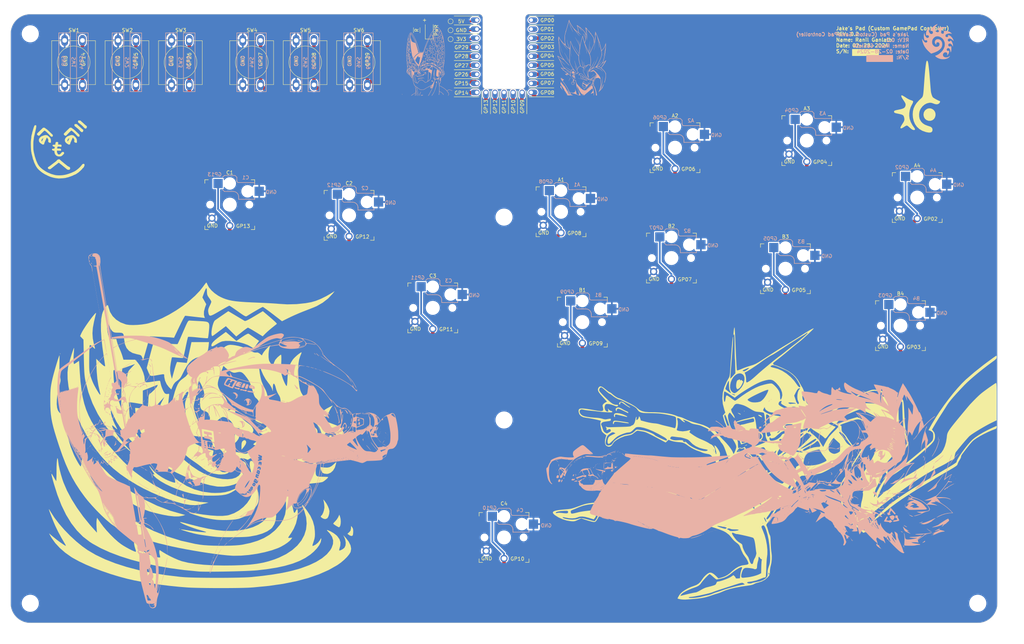
<source format=kicad_pcb>
(kicad_pcb (version 20221018) (generator pcbnew)
  (title_block (date "15 nov 2012"))
  (layers (0 "F.Cu" signal) (31 "B.Cu" power) (34 "B.Paste" user) (35 "F.Paste" user) (36 "B.SilkS" user "B.Silkscreen") (37 "F.SilkS" user "F.Silkscreen") (38 "B.Mask" user) (39 "F.Mask" user) (44 "Edge.Cuts" user))
  (net 0 "")
  (net 1 "Net-(U2-2)")
  (net 4 "GND")
  (net 5 "Net-(U2-8)")
  (net 6 "Net-(U2-6)")
  (net 7 "Net-(U2-4)")
  (net 8 "Net-(U2-9)")
  (net 9 "Net-(U2-7)")
  (net 10 "Net-(U2-5)")
  (net 11 "Net-(U2-3)")
  (net 12 "Net-(U2-13)")
  (net 13 "Net-(U2-12)")
  (net 14 "Net-(U2-11)")
  (net 15 "Net-(U2-10)")
  (net 16 "Net-(D1-A)")
  (net 17 "+3.3V")
  (net 18 "Net-(U2-14)")
  (net 19 "Net-(U2-15)")
  (net 20 "Net-(U2-26)")
  (net 21 "Net-(U2-27)")
  (net 22 "Net-(U2-28)")
  (net 23 "Net-(U2-29)")
  (net 24 "+5V")
  (footprint "keyswitches.pretty-master:Kailh_socket_PG1350_optional" (layer "F.Cu") (at 269 123)
    (fp_text reference "B2")
    (fp_text value "SW_DIP_x01")
  )
  (footprint "RanilCustom:SW_PUSH-12mmWithCAD" (layer "F.Cu") (at 113.65 74.35 90)
    (fp_text reference "SW2")
    (fp_text value "SW_Push")
  )
  (footprint "keyswitches.pretty-master:Kailh_socket_PG1350_optional" (layer "F.Cu") (at 244 141)
    (fp_text reference "B1")
    (fp_text value "SW_DIP_x01")
  )
  (footprint "JakesPadImages:1" (layer "F.Cu") (at 136.83 172.72)
    (fp_text reference "G***" hide)
    (fp_text value "LOGO" hide)
  )
  (footprint "RanilCustom:SW_PUSH-12mmWithCAD" (layer "F.Cu") (at 128.65 74.35 90)
    (fp_text reference "SW3")
    (fp_text value "SW_Push")
  )
  (footprint "keyswitches.pretty-master:Kailh_socket_PG1350_optional" (layer "F.Cu") (at 270 92)
    (fp_text reference "A2")
    (fp_text value "SW_DIP_x01")
  )
  (footprint "keyswitches.pretty-master:Kailh_socket_PG1350_optional" (layer "F.Cu") (at 333.3 142)
    (fp_text reference "B4")
    (fp_text value "SW_DIP_x01")
  )
  (footprint "keyswitches.pretty-master:Kailh_socket_PG1350_optional" (layer "F.Cu") (at 238 110)
    (fp_text reference "A1")
    (fp_text value "SW_DIP_x01")
  )
  (footprint "keyswitches.pretty-master:Kailh_socket_PG1350_optional" (layer "F.Cu") (at 301 126)
    (fp_text reference "B3")
    (fp_text value "SW_DIP_x01")
  )
  (footprint "MountingHole:MountingHole_4.3mm_M4" (layer "F.Cu") (at 89 60)
    (fp_text reference "H1" hide)
    (fp_text value "MountingHole")
  )
  (footprint "MountingHole:MountingHole_4.3mm_M4" (layer "F.Cu") (at 89 220)
    (fp_text reference "H5" hide)
    (fp_text value "MountingHole")
  )
  (footprint "JakesPadImages:9" (layer "F.Cu") (at 97 92.5)
    (fp_text reference "G***" hide)
    (fp_text value "LOGO" hide)
  )
  (footprint "RanilCustom:SW_PUSH-12mmWithCAD" (layer "F.Cu") (at 98.65 74.35 90)
    (fp_text reference "SW1")
    (fp_text value "SW_Push")
  )
  (footprint "TestPoint:TestPoint_Pad_D1.0mm" (layer "F.Cu") (at 206.991428 59 180)
    (fp_text reference "GND")
    (fp_text value "TestPoint")
  )
  (footprint "LED_SMD:LED_1206_3216Metric_Pad1.42x1.75mm_HandSolder" (layer "F.Cu") (at 201.008572 59 90)
    (fp_text reference "PWR")
    (fp_text value "5V LED")
  )
  (footprint "MountingHole:MountingHole_4.3mm_M4" (layer "F.Cu") (at 222 111.5)
    (fp_text reference "H2" hide)
    (fp_text value "MountingHole")
  )
  (footprint "RanilCustom:SW_PUSH-12mmWithCAD" (layer "F.Cu") (at 148.65 74.35 90)
    (fp_text reference "SW4")
    (fp_text value "SW_Push")
  )
  (footprint "RanilCustom:SW_PUSH-12mmWithCAD" (layer "F.Cu") (at 178.65 74.35 90)
    (fp_text reference "SW6")
    (fp_text value "SW_Push")
  )
  (footprint "keyswitches.pretty-master:Kailh_socket_PG1350_optional" (layer "F.Cu") (at 222 201.5)
    (fp_text reference "C4")
    (fp_text value "SW_DIP_x01")
  )
  (footprint "TestPoint:TestPoint_Pad_D1.0mm" (layer "F.Cu") (at 207 61.5 180)
    (fp_text reference "3V3")
    (fp_text value "TestPoint")
  )
  (footprint "keyswitches.pretty-master:Kailh_socket_PG1350_optional" (layer "F.Cu") (at 338 106)
    (fp_text reference "A4")
    (fp_text value "SW_DIP_x01")
  )
  (footprint "TestPoint:TestPoint_Pad_D1.0mm" (layer "F.Cu") (at 207 56.5 180)
    (fp_text reference "5V")
    (fp_text value "TestPoint")
  )
  (footprint "JakesPadImages:jakenotnotstinky" (layer "F.Cu") (at 297.5 181.5)
    (fp_text reference "G***" hide)
    (fp_text value "LOGO" hide)
  )
  (footprint "RanilCustom:SW_PUSH-12mmWithCAD" (layer "F.Cu") (at 163.65 74.35 90)
    (fp_text reference "SW5")
    (fp_text value "SW_Push")
  )
  (footprint "keyswitches.pretty-master:Kailh_socket_PG1350_optional" (layer "F.Cu") (at 202 137)
    (fp_text reference "C3")
    (fp_text value "SW_DIP_x01")
  )
  (footprint "MountingHole:MountingHole_4.3mm_M4" (layer "F.Cu") (at 222 168.5)
    (fp_text reference "H4" hide)
    (fp_text value "MountingHole")
  )
  (footprint "keyswitches.pretty-master:Kailh_socket_PG1350_optional" (layer "F.Cu") (at 145 108)
    (fp_text reference "C1")
    (fp_text value "SW_DIP_x01")
  )
  (footprint "JakesPadImages:13" (layer "F.Cu") (at 338 77.5)
    (fp_text reference "G***" hide)
    (fp_text value "LOGO" hide)
  )
  (footprint "keyswitches.pretty-master:Kailh_socket_PG1350_optional" (layer "F.Cu") (at 178.5 111)
    (fp_text reference "C2")
    (fp_text value "SW_DIP_x01")
  )
  (footprint "MountingHole:MountingHole_4.3mm_M4" (layer "F.Cu") (at 355 220)
    (fp_text reference "H3" hide)
    (fp_text value "MountingHole")
  )
  (footprint "MountingHole:MountingHole_4.3mm_M4" (layer "F.Cu") (at 355 60)
    (fp_text reference "H6" hide)
    (fp_text value "MountingHole")
  )
  (footprint "Resistor_SMD:R_1206_3216Metric_Pad1.30x1.75mm_HandSolder" (layer "F.Cu") (at 197.5 59 90)
    (fp_text reference "R")
    (fp_text value "200ohm")
  )
  (footprint "mcu:rp2040-zero-tht" (layer "F.Cu") (at 222 66.3)
    (fp_text reference "U2" hide)
    (fp_text value "rp2040-zero" hide)
  )
  (footprint "keyswitches.pretty-master:Kailh_socket_PG1350_optional" (layer "F.Cu") (at 307 90)
    (fp_text reference "A3")
    (fp_text value "SW_DIP_x01")
  )
  (footprint "JakesPadImages:16" (layer "B.Cu") (at 200 67.5 180)
    (fp_text reference "G***" hide)
    (fp_text value "LOGO" hide)
  )
  (footprint "JakesPadImages:23" (layer "B.Cu") (at 243.5 75 180)
    (fp_text reference "G***" hide)
    (fp_text value "LOGO" hide)
  )
  (footprint "JakesPadImages:jakenotstinky" (layer "B.Cu") (at 144.45 171.45 -90)
    (fp_text reference "G***" hide)
    (fp_text value "LOGO" hide)
  )
  (footprint "JakesPadImages:21" (layer "B.Cu") (at 293.379451 184.15 90)
    (fp_text reference "G***" hide)
    (fp_text value "LOGO" hide)
  )
  (footprint "JakesPadImages:22" (layer "B.Cu") (at 343.84 62.23 180)
    (fp_text reference "G***" hide)
    (fp_text value "LOGO" hide)
  )
  (gr_rect (start 112 59.75) (end 115.25 76.25) (stroke (width 0.15)) (fill none) (layer "B.SilkS"))
  (gr_rect (start 132 59.75) (end 135.25 76.25) (stroke (width 0.15)) (fill none) (layer "B.SilkS"))
  (gr_rect (start 182 59.75) (end 185.25 76.25) (stroke (width 0.15)) (fill none) (layer "B.SilkS"))
  (gr_rect (start 97 59.75) (end 100.25 76.25) (stroke (width 0.15)) (fill none) (layer "B.SilkS"))
  (gr_rect (start 162 59.75) (end 165.25 76.25) (stroke (width 0.15)) (fill none) (layer "B.SilkS"))
  (gr_rect (start 147 59.75) (end 150.25 76.25) (stroke (width 0.15)) (fill none) (layer "B.SilkS"))
  (gr_rect (start 177 59.75) (end 180.25 76.25) (stroke (width 0.15)) (fill none) (layer "B.SilkS"))
  (gr_rect (start 127 59.75) (end 130.25 76.25) (stroke (width 0.15)) (fill none) (layer "B.SilkS"))
  (gr_rect (start 102 59.75) (end 105.25 76.25) (stroke (width 0.15)) (fill none) (layer "B.SilkS"))
  (gr_rect (start 117 59.75) (end 120.25 76.25) (stroke (width 0.15)) (fill none) (layer "B.SilkS"))
  (gr_rect (start 167 59.75) (end 170.25 76.25) (stroke (width 0.15)) (fill none) (layer "B.SilkS"))
  (gr_rect (start 152 59.75) (end 155.25 76.25) (stroke (width 0.15)) (fill none) (layer "B.SilkS"))
  (gr_rect (start 323.774 66.04) (end 331.14 67.818) (stroke (width 0.15)) (fill solid) (layer "B.SilkS"))
  (gr_line (start 223.25 76) (end 223.25 82.5) (stroke (width 0.15)) (layer "F.SilkS"))
  (gr_line (start 229 62.5) (end 236 62.5) (stroke (width 0.15)) (layer "F.SilkS"))
  (gr_rect (start 319.797328 64.361) (end 327.163328 66.139) (stroke (width 0.15)) (fill solid) (layer "F.SilkS"))
  (gr_line (start 208 67.5) (end 215 67.5) (stroke (width 0.15)) (layer "F.SilkS"))
  (gr_line (start 229 57.5) (end 236 57.5) (stroke (width 0.15)) (layer "F.SilkS"))
  (gr_line (start 208 60) (end 215 60) (stroke (width 0.15)) (layer "F.SilkS"))
  (gr_line (start 208 62.5) (end 215 62.5) (stroke (width 0.15)) (layer "F.SilkS"))
  (gr_line (start 208 72.6) (end 215 72.6) (stroke (width 0.15)) (layer "F.SilkS"))
  (gr_line locked (start 208 65) (end 215 65) (stroke (width 0.15)) (layer "F.SilkS"))
  (gr_line (start 208 55) (end 215 55) (stroke (width 0.15)) (layer "F.SilkS"))
  (gr_line (start 229 67.5) (end 236 67.5) (stroke (width 0.15)) (layer "F.SilkS"))
  (gr_line (start 218.2 76) (end 218.2 82.5) (stroke (width 0.15)) (layer "F.SilkS"))
  (gr_line (start 229 55) (end 236 55) (stroke (width 0.15)) (layer "F.SilkS"))
  (gr_line (start 229 65) (end 236 65) (stroke (width 0.15)) (layer "F.SilkS"))
  (gr_line (start 215.7 76) (end 215.7 82.5) (stroke (width 0.15)) (layer "F.SilkS"))
  (gr_line (start 228.4 76) (end 228.4 82.5) (stroke (width 0.15)) (layer "F.SilkS"))
  (gr_line (start 229 75.2) (end 236 75.2) (stroke (width 0.15)) (layer "F.SilkS"))
  (gr_line (start 225.8 82.5) (end 225.8 76) (stroke (width 0.15)) (layer "F.SilkS"))
  (gr_line (start 229 77.7) (end 236 77.7) (stroke (width 0.15)) (layer "F.SilkS"))
  (gr_line (start 208 75.2) (end 215 75.2) (stroke (width 0.15)) (layer "F.SilkS"))
  (gr_line (start 208 77.7) (end 215 77.7) (stroke (width 0.15)) (layer "F.SilkS"))
  (gr_line (start 229 72.6) (end 236 72.6) (stroke (width 0.15)) (layer "F.SilkS"))
  (gr_line (start 220.75 82.5) (end 220.75 76) (stroke (width 0.15)) (layer "F.SilkS"))
  (gr_line (start 229 60) (end 236 60) (stroke (width 0.15)) (layer "F.SilkS"))
  (gr_line (start 208 57.5) (end 215 57.5) (stroke (width 0.15)) (layer "F.SilkS"))
  (gr_line (start 208 70.1) (end 215 70.1) (stroke (width 0.15)) (layer "F.SilkS"))
  (gr_line (start 229 70.1) (end 236 70.1) (stroke (width 0.15)) (layer "F.SilkS"))
  (gr_arc (start 360.5 220) (mid 358.889087 223.889087) (end 355 225.5) (stroke (width 0.1)) (layer "Edge.Cuts"))
  (gr_arc (start 215 54.5) (mid 215.707107 54.792893) (end 216 55.5) (stroke (width 0.1)) (layer "Edge.Cuts"))
  (gr_arc (start 228 55.5) (mid 228.292893 54.792893) (end 229 54.5) (stroke (width 0.1)) (layer "Edge.Cuts"))
  (gr_arc (start 228 74.5) (mid 227.707107 75.207107) (end 227 75.5) (stroke (width 0.1)) (layer "Edge.Cuts"))
  (gr_line (start 215 54.5) (end 89 54.5) (stroke (width 0.1)) (layer "Edge.Cuts"))
  (gr_line (start 229 54.5) (end 355 54.5) (stroke (width 0.1)) (layer "Edge.Cuts"))
  (gr_arc (start 355 54.5) (mid 358.889087 56.110913) (end 360.5 60) (stroke (width 0.1)) (layer "Edge.Cuts"))
  (gr_line (start 89 225.5) (end 355 225.5) (stroke (width 0.1)) (layer "Edge.Cuts"))
  (gr_arc (start 89 225.5) (mid 85.110913 223.889087) (end 83.5 220) (stroke (width 0.1)) (layer "Edge.Cuts"))
  (gr_line (start 83.5 60) (end 83.5 220) (stroke (width 0.1)) (layer "Edge.Cuts"))
  (gr_line (start 360.5 60) (end 360.5 220) (stroke (width 0.1)) (layer "Edge.Cuts"))
  (gr_line (start 216 55.5) (end 216 74.5) (stroke (width 0.1)) (layer "Edge.Cuts"))
  (gr_arc (start 217 75.5) (mid 216.292893 75.207107) (end 216 74.5) (stroke (width 0.1)) (layer "Edge.Cuts"))
  (gr_arc (start 83.5 60) (mid 85.110913 56.110913) (end 89 54.5) (stroke (width 0.1)) (layer "Edge.Cuts"))
  (gr_line (start 227 75.5) (end 217 75.5) (stroke (width 0.1)) (layer "Edge.Cuts"))
  (gr_line (start 228 74.5) (end 228 55.5) (stroke (width 0.1)) (layer "Edge.Cuts"))
  (gr_text "GP04" (at 304.8 82.1) (layer "B.SilkS") (effects (font (size 1 1)) (justify left bottom mirror)))
  (gr_text "GND" (at 314.25 123.05) (layer "B.SilkS") (effects (font (size 1 1)) (justify left bottom mirror)))
  (gr_text "GP09" (at 241.8 133.1) (layer "B.SilkS") (effects (font (size 1 1)) (justify left bottom mirror)))
  (gr_text "GND" (at 158.25 105.05) (layer "B.SilkS") (effects (font (size 1 1)) (justify left bottom mirror)))
  (gr_text "GND" (at 251.25 107.05) (layer "B.SilkS") (effects (font (size 1 1)) (justify left bottom mirror)))
  (gr_text "GND" (at 351.25 103.05) (layer "B.SilkS") (effects (font (size 1 1)) (justify left bottom mirror)))
  (gr_text "GND" (at 99 66 90) (layer "B.SilkS") (effects (font (size 1 1)) (justify left bottom mirror)))
  (gr_text "GND" (at 164.25 66 90) (layer "B.SilkS") (effects (font (size 1 1)) (justify left bottom mirror)))
  (gr_text "GND" (at 191.75 108.05) (layer "B.SilkS") (effects (font (size 1 1)) (justify left bottom mirror)))
  (gr_text "GP02" (at 335.8 98.1) (layer "B.SilkS") (effects (font (size 1 1)) (justify left bottom mirror)))
  (gr_text "GND" (at 282.25 120.05) (layer "B.SilkS") (effects (font (size 1 1)) (justify left bottom mirror)))
  (gr_text "SW1" (at 101.19 68 90) (layer "B.SilkS") (effects (font (size 1 1)) (justify mirror)))
  (gr_text "GND" (at 235.45 198.75) (layer "B.SilkS") (effects (font (size 1 1)) (justify left bottom mirror)))
  (gr_text "GND" (at 129 66 90) (layer "B.SilkS") (effects (font (size 1 1)) (justify left bottom mirror)))
  (gr_text "Jake's Pad (Custom GamePad Controller)\nREV: 0.2\nName: Ranil Ganlath\nDate: 02-28-2024\nS/N:" (at 335.839 67.183) (layer "B.SilkS") (effects (font (size 1 1) (thickness 0.2)) (justify left bottom mirror)))
  (gr_text "GP26" (at 134 66 90) (layer "B.SilkS") (effects (font (size 1 1)) (justify left bottom mirror)))
  (gr_text "GND" (at 179.25 66 90) (layer "B.SilkS") (effects (font (size 1 1)) (justify left bottom mirror)))
  (gr_text "GND" (at 149.25 66 90) (layer "B.SilkS") (effects (font (size 1 1)) (justify left bottom mirror)))
  (gr_text "GND" (at 283.25 89.05) (layer "B.SilkS") (effects (font (size 1 1)) (justify left bottom mirror)))
  (gr_text "GND" (at 320.25 87.05) (layer "B.SilkS") (effects (font (size 1 1)) (justify left bottom mirror)))
  (gr_text "GND" (at 114 66 90) (layer "B.SilkS") (effects (font (size 1 1)) (justify left bottom mirror)))
  (gr_text "GP13" (at 142.8 100.1) (layer "B.SilkS") (effects (font (size 1 1)) (justify left bottom mirror)))
  (gr_text "GP06" (at 267.8 84.1) (layer "B.SilkS") (effects (font (size 1 1)) (justify left bottom mirror)))
  (gr_text "GND" (at 257.25 138.05) (layer "B.SilkS") (effects (font (size 1 1)) (justify left bottom mirror)))
  (gr_text "GP03" (at 331.1 134.1) (layer "B.SilkS") (effects (font (size 1 1)) (justify left bottom mirror)))
  (gr_text "GP11" (at 199.8 129.1) (layer "B.SilkS") (effects (font (size 1 1)) (justify left bottom mirror)))
  (gr_text "GP28" (at 169.25 66 90) (layer "B.SilkS") (effects (font (size 1 1)) (justify left bottom mirror)))
  (gr_text "GP12" (at 176.3 103.1) (layer "B.SilkS") (effects (font (size 1 1)) (justify left bottom mirror)))
  (gr_text "GND" (at 346.55 139.05) (layer "B.SilkS") (effects (font (size 1 1)) (justify left bottom mirror)))
  (gr_text "GP10" (at 220 193.8) (layer "B.SilkS") (effects (font (size 1 1)) (justify left bottom mirror)))
  (gr_text "SW2" (at 116.19 68 90) (layer "B.SilkS") (effects (font (size 1 1)) (justify mirror)))
  (gr_text "SW5" (at 166.19 68 90) (layer "B.SilkS") (effects (font (size 1 1)) (justify mirror)))
  (gr_text "GP05" (at 298.8 118.1) (layer "B.SilkS") (effects (font (size 1 1)) (justify left bottom mirror)))
  (gr_text "SW3" (at 131.19 68 90) (layer "B.SilkS") (effects (font (size 1 1)) (justify mirror)))
  (gr_text "GP27" (at 154.25 66 90) (layer "B.SilkS") (effects (font (size 1 1)) (justify left bottom mirror)))
  (gr_text "GP08" (at 235.8 102.1) (layer "B.SilkS") (effects (font (size 1 1)) (justify left bottom mirror)))
  (gr_text "GP15" (at 119 66 90) (layer "B.SilkS") (effects (font (size 1 1)) (justify left bottom mirror)))
  (gr_text "SW6" (at 181.19 68 90) (layer "B.SilkS") (effects (font (size 1 1)) (justify mirror)))
  (gr_text "GP29" (at 184.5 66 90) (layer "B.SilkS") (effects (font (size 1 1)) (justify left bottom mirror)))
  (gr_text "SW4" (at 151.19 68 90) (layer "B.SilkS") (effects (font (size 1 1)) (justify mirror)))
  (gr_text "GND" (at 215.25 134.05) (layer "B.SilkS") (effects (font (size 1 1)) (justify left bottom mirror)))
  (gr_text "GP14" (at 104 66 90) (layer "B.SilkS") (effects (font (size 1 1)) (justify left bottom mirror)))
  (gr_text "GP07" (at 266.8 115.1) (layer "B.SilkS") (effects (font (size 1 1)) (justify left bottom mirror)))
  (gr_text "GP10" (at 225.2 82.5 90) (layer "F.SilkS") (effects (font (size 1 1)) (justify left bottom)))
  (gr_text "GP28" (at 208 66.9) (layer "F.SilkS") (effects (font (size 1 1)) (justify left bottom)))
  (gr_text "GP01" (at 232.1 59.3) (layer "F.SilkS") (effects (font (size 1 1)) (justify left bottom)))
  (gr_text "GP04" (at 308.7 96.6) (layer "F.SilkS") (effects (font (size 1 1)) (justify left bottom)))
  (gr_text "GND" (at 172 117.5) (layer "F.SilkS") (effects (font (size 1 1)) (justify left bottom)))
  (gr_text "GP03" (at 334.95 148.6) (layer "F.SilkS") (effects (font (size 1 1)) (justify left bottom)))
  (gr_text "GND" (at 99.5 69.25 90) (layer "F.SilkS") (effects (font (size 1 1)) (justify left bottom)))
  (gr_text "GP02" (at 232.1 61.9) (layer "F.SilkS") (effects (font (size 1 1)) (justify left bottom)))
  (gr_text "GP09" (at 227.7 82.5 90) (layer "F.SilkS") (effects (font (size 1 1)) (justify left bottom)))
  (gr_text "GP00" (at 232.1 56.8) (layer "F.SilkS") (effects (font (size 1 1)) (justify left bottom)))
  (gr_text "GP12" (at 220.1 82.5 90) (layer "F.SilkS") (effects (font (size 1 1)) (justify left bottom)))
  (gr_text "GND" (at 179.25 69.25 90) (layer "F.SilkS") (effects (font (size 1 1)) (justify left bottom)))
  (gr_text "Jake's Pad (Custom GamePad Controller)\nREV: 0.2\nName: Ranil Ganlath\nDate: 02-28-2024\nS/N:" (at 315.098328 65.504) (layer "F.SilkS") (effects (font (size 1 1) (thickness 0.2)) (justify left bottom)))
  (gr_text "GND" (at 263.5 98.5) (layer "F.SilkS") (effects (font (size 1 1)) (justify left bottom)))
  (gr_text "GND" (at 300.5 96.5) (layer "F.SilkS") (effects (font (size 1 1)) (justify left bottom)))
  (gr_text "GND" (at 164.25 69.25 90) (layer "F.SilkS") (effects (font (size 1 1)) (justify left bottom)))
  (gr_text "GP26" (at 134.25 69.25 90) (layer "F.SilkS") (effects (font (size 1 1)) (justify left bottom)))
  (gr_text "GP04" (at 232.1 66.8) (layer "F.SilkS") (effects (font (size 1 1)) (justify left bottom)))
  (gr_text "GP15" (at 208 74.5) (layer "F.SilkS") (effects (font (size 1 1)) (justify left bottom)))
  (gr_text "GP13" (at 217.5 82.5 90) (layer "F.SilkS") (effects (font (size 1 1)) (justify left bottom)))
  (gr_text "GP08" (at 232.1 77.1) (layer "F.SilkS") (effects (font (size 1 1)) (justify left bottom)))
  (gr_text "GND" (at 262.5 129.5) (layer "F.SilkS") (effects (font (size 1 1)) (justify left bottom)))
  (gr_text "GND" (at 326.75 148.5) (layer "F.SilkS") (effects (font (size 1 1)) (justify left bottom)))
  (gr_text "GND" (at 331.5 112.5) (layer "F.SilkS") (effects (font (size 1 1)) (justify left bottom)))
  (gr_text "GP10" (at 223.7 208.1) (layer "F.SilkS") (effects (font (size 1 1)) (justify left bottom)))
  (gr_text "GP15" (at 119.25 69.25 90) (layer "F.SilkS") (effects (font (size 1 1)) (justify left bottom)))
  (gr_text "GP06" (at 271.7 98.6) (layer "F.SilkS") (effects (font (size 1 1)) (justify left bottom)))
  (gr_text "GP14" (at 208 77.2) (layer "F.SilkS") (effects (font (size 1 1)) (justify left bottom)))
  (gr_text "GND" (at 129.25 69.25 90) (layer "F.SilkS") (effects (font (size 1 1)) (justify left bottom)))
  (gr_text "GP09" (at 245.7 147.6) (layer "F.SilkS") (effects (font (size 1 1)) (justify left bottom)))
  (gr_text "GND" (at 114.25 69.25 90) (layer "F.SilkS") (effects (font (size 1 1)) (justify left bottom)))
  (gr_text "GP14" (at 104.5 69.25 90) (layer "F.SilkS") (effects (font (size 1 1)) (justify left bottom)))
  (gr_text "GP13" (at 146.7 114.6) (layer "F.SilkS") (effects (font (size 1 1)) (justify left bottom)))
  (gr_text "GND" (at 215.5 208) (layer "F.SilkS") (effects (font (size 1 1)) (justify left bottom)))
  (gr_text "GND" (at 237.5 147.5) (layer "F.SilkS") (effects (font (size 1 1)) (justify left bottom)))
  (gr_text "GND" (at 149.25 69.25 90) (layer "F.SilkS") (effects (font (size 1 1)) (justify left bottom)))
  (gr_text "GND" (at 138.5 114.5) (layer "F.SilkS") (effects (font (size 1 1)) (justify left bottom)))
  (gr_text "GND" (at 231.5 116.5) (layer "F.SilkS") (effects (font (size 1 1)) (justify left bottom)))
  (gr_text "GP29" (at 184.25 69.25 90) (layer "F.SilkS") (effects (font (size 1 1)) (justify left bottom)))
  (gr_text "GP05" (at 232.1 69.4) (layer "F.SilkS") (effects (font (size 1 1)) (justify left bottom)))
  (gr_text "GP26" (at 208 72) (layer "F.SilkS") (effects (font (size 1 1)) (justify left bottom)))
  (gr_text "GP03" (at 232.1 64.3) (layer "F.SilkS") (effects (font (size 1 1)) (justify left bottom)))
  (gr_text "+" (at 200.2 56.9 90) (layer "F.SilkS") (effects (font (size 1 1)) (justify left bottom)))
  (gr_text "GP05" (at 302.7 132.6) (layer "F.SilkS") (effects (font (size 1 1)) (justify left bottom)))
  (gr_text "GP28" (at 169.25 69.25 90) (layer "F.SilkS") (effects (font (size 1 1)) (justify left bottom)))
  (gr_text "GP07" (at 232.1 74.4) (layer "F.SilkS") (effects (font (size 1 1)) (justify left bottom)))
  (gr_text "GP08" (at 239.7 116.6) (layer "F.SilkS") (effects (font (size 1 1)) (justify left bottom)))
  (gr_text "GP11" (at 203.7 143.6) (layer "F.SilkS") (effects (font (size 1 1)) (justify left bottom)))
  (gr_text "GP07" (at 270.7 129.6) (layer "F.SilkS") (effects (font (size 1 1)) (justify left bottom)))
  (gr_text "GP02" (at 339.7 112.6) (layer "F.SilkS") (effects (font (size 1 1)) (justify left bottom)))
  (gr_text "GP12" (at 180.2 117.6) (layer "F.SilkS") (effects (font (size 1 1)) (justify left bottom)))
  (gr_text "GP27" (at 208 69.5) (layer "F.SilkS") (effects (font (size 1 1)) (justify left bottom)))
  (gr_text "GND" (at 195.5 143.5) (layer "F.SilkS") (effects (font (size 1 1)) (justify left bottom)))
  (gr_text "GND" (at 294.5 132.5) (layer "F.SilkS") (effects (font (size 1 1)) (justify left bottom)))
  (gr_text "GP29" (at 208 64.4) (layer "F.SilkS") (effects (font (size 1 1)) (justify left bottom)))
  (gr_text "GP27" (at 154.25 69.25 90) (layer "F.SilkS") (effects (font (size 1 1)) (justify left bottom)))
  (gr_text "GP11" (at 222.6 82.5 90) (layer "F.SilkS") (effects (font (size 1 1)) (justify left bottom)))
  (gr_text "GP06" (at 232.1 71.9) (layer "F.SilkS") (effects (font (size 1 1)) (justify left bottom)))
  (segment (start 229.62 61.22) (end 302.72 61.22) (width 1) (layer "F.Cu") (net 1))
  (segment (start 302.72 61.22) (end 325.5 84) (width 1) (layer "F.Cu") (net 1))
  (segment (start 325.5 110.5) (end 330 115) (width 1) (layer "F.Cu") (net 1))
  (segment (start 325.5 84) (end 325.5 110.5) (width 1) (layer "F.Cu") (net 1))
  (segment (start 334.9 115) (end 338 111.9) (width 1) (layer "F.Cu") (net 1))
  (segment (start 330 115) (end 334.9 115) (width 1) (layer "F.Cu") (net 1))
  (segment (start 334.725 100.05) (end 334.725 107.225) (width 0.5) (layer "B.Cu") (net 1))
  (segment (start 338 110.5) (end 338 111.9) (width 0.5) (layer "B.Cu") (net 1))
  (segment (start 334.725 107.225) (end 338 110.5) (width 0.5) (layer "B.Cu") (net 1))
  (segment (start 206.991428 59) (end 202.496072 59) (width 0.5) (layer "F.Cu") (net 4))
  (segment (start 206.991428 59) (end 214.06 59) (width 0.5) (layer "F.Cu") (net 4))
  (segment (start 202.496072 59) (end 201.008572 60.4875) (width 0.5) (layer "F.Cu") (net 4))
  (segment (start 230 119) (end 234.9 119) (width 1) (layer "F.Cu") (net 5))
  (segment (start 232.5 97.5) (end 229 101) (width 1) (layer "F.Cu") (net 5))
  (segment (start 229.62 76.46) (end 232.5 79.34) (width 1) (layer "F.Cu") (net 5))
  (segment (start 234.9 119) (end 238 115.9) (width 1) (layer "F.Cu") (net 5))
  (segment (start 232.5 79.34) (end 232.5 97.5) (width 1) (layer "F.Cu") (net 5))
  (segment (start 229 118) (end 230 119) (width 1) (layer "F.Cu") (net 5))
  (segment (start 229 101) (end 229 118) (width 1) (layer "F.Cu") (net 5))
  (segment (start 234.725 104.05) (end 234.725 111.225) (width 0.5) (layer "B.Cu") (net 5))
  (segment (start 238 114.5) (end 238 115.9) (width 0.5) (layer "B.Cu") (net 5))
  (segment (start 234.725 111.225) (end 238 114.5) (width 0.5) (layer "B.Cu") (net 5))
  (segment (start 229.62 71.38) (end 238.88 71.38) (width 1) (layer "F.Cu") (net 6))
  (segment (start 259.5 98.5) (end 262 101) (width 1) (layer "F.Cu") (net 6))
  (segment (start 262 101) (end 268.75 101) (width 1) (layer "F.Cu") (net 6))
  (segment (start 238.88 71.38) (end 259.5 92) (width 1) (layer "F.Cu") (net 6))
  (segment (start 259.5 92) (end 259.5 98.5) (width 1) (layer "F.Cu") (net 6))
  (segment (start 268.75 101) (end 270 99.75) (width 1) (layer "F.Cu") (net 6))
  (segment (start 270 99.75) (end 270 97.9) (width 1) (layer "F.Cu") (net 6))
  (segment (start 270 97) (end 270 97.9) (width 0.5) (layer "B.Cu") (net 6))
  (segment (start 266.725 86.05) (end 266.725 93.725) (width 0.5) (layer "B.Cu") (net 6))
  (segment (start 266.725 93.725) (end 270 97) (width 0.5) (layer "B.Cu") (net 6))
  (segment (start 294.5 97) (end 297.4 99.9) (width 1) (layer "F.Cu") (net 7))
  (segment (start 294.5 86.5) (end 294.5 97) (width 1) (layer "F.Cu") (net 7))
  (segment (start 274.3 66.3) (end 294.5 86.5) (width 1) (layer "F.Cu") (net 7))
  (segment (start 297.4 99.9) (end 304.6 99.9) (width 1) (layer "F.Cu") (net 7))
  (segment (start 304.6 99.9) (end 307 97.5) (width 1) (layer "F.Cu") (net 7))
  (segment (start 307 97.5) (end 307 95.9) (width 1) (layer "F.Cu") (net 7))
  (segment (start 229.62 66.3) (end 274.3 66.3) (width 1) (layer "F.Cu") (net 7))
  (segment (start 307 95) (end 307 95.9) (width 0.5) (layer "B.Cu") (net 7))
  (segment (start 303.725 91.725) (end 307 95) (width 0.5) (layer "B.Cu") (net 7))
  (segment (start 303.725 84.05) (end 303.725 91.725) (width 0.5) (layer "B.Cu") (net 7))
  (segment (start 226 147) (end 229.5 150.5) (width 1) (layer "F.Cu") (net 8))
  (segment (start 229.5 150.5) (end 242 150.5) (width 1) (layer "F.Cu") (net 8))
  (segment (start 215 121.75) (end 226 132.75) (width 1) (layer "F.Cu") (net 8))
  (segment (start 244 148.5) (end 244 146.9) (width 1) (layer "F.Cu") (net 8))
  (segment (start 227 95) (end 215 107) (width 1) (layer "F.Cu") (net 8))
  (segment (start 226 132.75) (end 226 147) (width 1) (layer "F.Cu") (net 8))
  (segment (start 215 107) (end 215 121.75) (width 1) (layer "F.Cu") (net 8))
  (segment (start 227 76.54) (end 227 95) (width 1) (layer "F.Cu") (net 8))
  (segment (start 227.08 76.46) (end 227 76.54) (width 1) (layer "F.Cu") (net 8))
  (segment (start 242 150.5) (end 244 148.5) (width 1) (layer "F.Cu") (net 8))
  (segment (start 244 145.5) (end 244 146.9) (width 0.5) (layer "B.Cu") (net 8))
  (segment (start 240.725 135.05) (end 240.725 142.225) (width 0.5) (layer "B.Cu") (net 8))
  (segment (start 240.725 142.225) (end 244 145.5) (width 0.5) (layer "B.Cu") (net 8))
  (segment (start 253 93) (end 253 124) (width 1) (layer "F.Cu") (net 9))
  (segment (start 267.5 132) (end 269 130.5) (width 1) (layer "F.Cu") (net 9))
  (segment (start 261 132) (end 267.5 132) (width 1) (layer "F.Cu") (net 9))
  (segment (start 269 130.5) (end 269 128.9) (width 1) (layer "F.Cu") (net 9))
  (segment (start 253 124) (end 261 132) (width 1) (layer "F.Cu") (net 9))
  (segment (start 233.92 73.92) (end 253 93) (width 1) (layer "F.Cu") (net 9))
  (segment (start 229.62 73.92) (end 233.92 73.92) (width 1) (layer "F.Cu") (net 9))
  (segment (start 269 127.5) (end 269 128.9) (width 0.5) (layer "B.Cu") (net 9))
  (segment (start 265.725 117.05) (end 265.725 124.225) (width 0.5) (layer "B.Cu") (net 9))
  (segment (start 265.725 124.225) (end 269 127.5) (width 0.5) (layer "B.Cu") (net 9))
  (segment (start 286.5 89) (end 286.5 132) (width 1) (layer "F.Cu") (net 10))
  (segment (start 229.62 68.84) (end 266.34 68.84) (width 1) (layer "F.Cu") (net 10))
  (segment (start 301 133.5) (end 301 131.9) (width 1) (layer "F.Cu") (net 10))
  (segment (start 286.5 132) (end 290 135.5) (width 1) (layer "F.Cu") (net 10))
  (segment (start 299 135.5) (end 301 133.5) (width 1) (layer "F.Cu") (net 10))
  (segment (start 266.34 68.84) (end 286.5 89) (width 1) (layer "F.Cu") (net 10))
  (segment (start 290 135.5) (end 299 135.5) (width 1) (layer "F.Cu") (net 10))
  (segment (start 297.725 120.05) (end 297.725 127.725) (width 0.5) (layer "B.Cu") (net 10))
  (segment (start 301 131) (end 301 131.9) (width 0.5) (layer "B.Cu") (net 10))
  (segment (start 297.725 127.725) (end 301 131) (width 0.5) (layer "B.Cu") (net 10))
  (segment (start 322 152) (end 332 152) (width 1) (layer "F.Cu") (net 11))
  (segment (start 319.5 84) (end 319.5 149.5) (width 1) (layer "F.Cu") (net 11))
  (segment (start 333.3 150.7) (end 333.3 147.9) (width 1) (layer "F.Cu") (net 11))
  (segment (start 332 152) (end 333.3 150.7) (width 1) (layer "F.Cu") (net 11))
  (segment (start 319.5 149.5) (end 322 152) (width 1) (layer "F.Cu") (net 11))
  (segment (start 299.26 63.76) (end 319.5 84) (width 1) (layer "F.Cu") (net 11))
  (segment (start 229.62 63.76) (end 299.26 63.76) (width 1) (layer "F.Cu") (net 11))
  (segment (start 330.025 136.05) (end 330.025 143.525) (width 0.5) (layer "B.Cu") (net 11))
  (segment (start 333.3 146.8) (end 333.3 147.9) (width 0.5) (layer "B.Cu") (net 11))
  (segment (start 330.025 143.525) (end 333.3 146.8) (width 0.5) (layer "B.Cu") (net 11))
  (segment (start 145 117) (end 145 113.9) (width 1) (layer "F.Cu") (net 12))
  (segment (start 200.5 95) (end 177 95) (width 1) (layer "F.Cu") (net 12))
  (segment (start 153 119) (end 147 119) (width 1) (layer "F.Cu") (net 12))
  (segment (start 147 119) (end 145 117) (width 1) (layer "F.Cu") (net 12))
  (segment (start 177 95) (end 153 119) (width 1) (layer "F.Cu") (net 12))
  (segment (start 216.92 76.46) (end 216.92 78.58) (width 1) (layer "F.Cu") (net 12))
  (segment (start 216.92 78.58) (end 200.5 95) (width 1) (layer "F.Cu") (net 12))
  (segment (start 145 112.5) (end 145 113.9) (width 0.5) (layer "B.Cu") (net 12))
  (segment (start 141.725 102.05) (end 141.725 109.225) (width 0.5) (layer "B.Cu") (net 12))
  (segment (start 141.725 109.225) (end 145 112.5) (width 0.5) (layer "B.Cu") (net 12))
  (segment (start 185.5 120.5) (end 180.5 120.5) (width 1) (layer "F.Cu") (net 13))
  (segment (start 219.46 76.46) (end 219.46 83.04) (width 1) (layer "F.Cu") (net 13))
  (segment (start 189 113.5) (end 189 117) (width 1) (layer "F.Cu") (net 13))
  (segment (start 178.5 118.5) (end 178.5 116.9) (width 1) (layer "F.Cu") (net 13))
  (segment (start 189 117) (end 185.5 120.5) (width 1) (layer "F.Cu") (net 13))
  (segment (start 180.5 120.5) (end 178.5 118.5) (width 1) (layer "F.Cu") (net 13))
  (segment (start 219.46 83.04) (end 189 113.5) (width 1) (layer "F.Cu") (net 13))
  (segment (start 178.5 115.5) (end 178.5 116.9) (width 0.5) (layer "B.Cu") (net 13))
  (segment (start 175.225 105.05) (end 175.225 112.225) (width 0.5) (layer "B.Cu") (net 13))
  (segment (start 175.225 112.225) (end 178.5 115.5) (width 0.5) (layer "B.Cu") (net 13))
  (segment (start 200.5 146) (end 202 144.5) (width 1) (layer "F.Cu") (net 14))
  (segment (start 193 116.5) (end 193 144.5) (width 1) (layer "F.Cu") (net 14))
  (segment (start 222 76.46) (end 222 87.5) (width 1) (layer "F.Cu") (net 14))
  (segment (start 222 87.5) (end 193 116.5) (width 1) (layer "F.Cu") (net 14))
  (segment (start 194.5 146) (end 200.5 146) (width 1) (layer "F.Cu") (net 14))
  (segment (start 202 144.5) (end 202 142.9) (width 1) (layer "F.Cu") (net 14))
  (segment (start 193 144.5) (end 194.5 146) (width 1) (layer "F.Cu") (net 14))
  (segment (start 198.725 131.05) (end 198.725 138.725) (width 0.5) (layer "B.Cu") (net 14))
  (segment (start 198.725 138.725) (end 202 142) (width 0.5) (layer "B.Cu") (net 14))
  (segment (start 202 142) (end 202 142.9) (width 0.5) (layer "B.Cu") (net 14))
  (segment (start 224.54 76.46) (end 224.54 91.46) (width 1) (layer "F.Cu") (net 15))
  (segment (start 211 105) (end 211 126.5) (width 1) (layer "F.Cu") (net 15))
  (segment (start 214 211) (end 220.5 211) (width 1) (layer "F.Cu") (net 15))
  (segment (start 222 209.5) (end 222 207.4) (width 1) (layer "F.Cu") (net 15))
  (segment (start 224.54 91.46) (end 211 105) (width 1) (layer "F.Cu") (net 15))
  (segment (start 219.5 156) (end 210.5 165) (width 1) (layer "F.Cu") (net 15))
  (segment (start 219.5 135) (end 219.5 156) (width 1) (layer "F.Cu") (net 15))
  (segment (start 210.5 165) (end 210.5 207.5) (width 1) (layer "F.Cu") (net 15))
  (segment (start 210.5 207.5) (end 214 211) (width 1) (layer "F.Cu") (net 15))
  (segment (start 211 126.5) (end 219.5 135) (width 1) (layer "F.Cu") (net 15))
  (segment (start 220.5 211) (end 222 209.5) (width 1) (layer "F.Cu") (net 15))
  (segment (start 218.725 202.725) (end 222 206) (width 0.5) (layer "B.Cu") (net 15))
  (segment (start 222 206) (end 222 207.4) (width 0.5) (layer "B.Cu") (net 15))
  (segment (start 218.725 195.55) (end 218.725 202.725) (width 0.5) (layer "B.Cu") (net 15))
  (segment (start 197.5 57.45) (end 200.946072 57.45) (width 0.5) (layer "F.Cu") (net 16))
  (segment (start 200.946072 57.45) (end 201.008572 57.5125) (width 0.5) (layer "F.Cu") (net 16))
  (segment (start 207 61.5) (end 214.1 61.5) (width 0.5) (layer "F.Cu") (net 17))
  (segment (start 197.5 61.5) (end 197.5 60.55) (width 0.5) (layer "F.Cu") (net 17))
  (segment (start 198 62) (end 197.5 61.5) (width 0.5) (layer "F.Cu") (net 17))
  (segment (start 207 61.5) (end 203 61.5) (width 0.5) (layer "F.Cu") (net 17))
  (segment (start 203 61.5) (end 202.5 62) (width 0.5) (layer "F.Cu") (net 17))
  (segment (start 202.5 62) (end 198 62) (width 0.5) (layer "F.Cu") (net 17))
  (segment (start 198 91) (end 116 91) (width 1) (layer "F.Cu") (net 18))
  (segment (start 212.426 76.574) (end 198 91) (width 1) (layer "F.Cu") (net 18))
  (segment (start 103.65 78.65) (end 103.65 74.35) (width 1) (layer "F.Cu") (net 18))
  (segment (start 116 91) (end 103.65 78.65) (width 1) (layer "F.Cu") (net 18))
  (segment (start 214.266 76.574) (end 212.426 76.574) (width 1) (layer "F.Cu") (net 18))
  (segment (start 103.65 61.85) (end 103.65 74.35) (width 1) (layer "F.Cu") (net 18))
  (segment (start 214.38 76.46) (end 214.266 76.574) (width 1) (layer "F.Cu") (net 18))
  (segment (start 118.65 61.85) (end 118.65 74.35) (width 1) (layer "F.Cu") (net 19))
  (segment (start 118.65 78.65) (end 127.5 87.5) (width 1) (layer "F.Cu") (net 19))
  (segment (start 213.96 73.5) (end 214.38 73.92) (width 1) (layer "F.Cu") (net 19))
  (segment (start 127.5 87.5) (end 197 87.5) (width 1) (layer "F.Cu") (net 19))
  (segment (start 197 87.5) (end 211 73.5) (width 1) (layer "F.Cu") (net 19))
  (segment (start 118.65 74.35) (end 118.65 78.65) (width 1) (layer "F.Cu") (net 19))
  (segment (start 211 73.5) (end 213.96 73.5) (width 1) (layer "F.Cu") (net 19))
  (segment (start 133.65 61.85) (end 133.65 74.35) (width 1) (layer "F.Cu") (net 20))
  (segment (start 133.65 77.65) (end 133.65 74.35) (width 1) (layer "F.Cu") (net 20))
  (segment (start 208.12 71.38) (end 195.5 84) (width 1) (layer "F.Cu") (net 20))
  (segment (start 214.38 71.38) (end 208.12 71.38) (width 1) (layer "F.Cu") (net 20))
  (segment (start 140 84) (end 133.65 77.65) (width 1) (layer "F.Cu") (net 20))
  (segment (start 195.5 84) (end 140 84) (width 1) (layer "F.Cu") (net 20))
  (segment (start 214.38 68.84) (end 204.16 68.84) (width 1) (layer "F.Cu") (net 21))
  (segment (start 153.65 61.85) (end 153.65 74.35) (width 1) (layer "F.Cu") (net 21))
  (segment (start 192.5 80.5) (end 159.8 80.5) (width 1) (layer "F.Cu") (net 21))
  (segment (start 159.8 80.5) (end 153.65 74.35) (width 1) (layer "F.Cu") (net 21))
  (segment (start 204.16 68.84) (end 192.5 80.5) (width 1) (layer "F.Cu") (net 21))
  (segment (start 168.65 61.85) (end 168.65 74.35) (width 1) (layer "F.Cu") (net 22))
  (segment (start 214.38 66.3) (end 198.95 66.3) (width 1) (layer "F.Cu") (net 22))
  (segment (start 172.3 78) (end 168.65 74.35) (width 1) (layer "F.Cu") (net 22))
  (segment (start 187.25 78) (end 172.3 78) (width 1) (layer "F.Cu") (net 22))
  (segment (start 198.95 66.3) (end 187.25 78) (width 1) (layer "F.Cu") (net 22))
  (segment (start 214.38 63.76) (end 194.24 63.76) (width 1) (layer "F.Cu") (net 23))
  (segment (start 194.24 63.76) (end 183.65 74.35) (width 1) (layer "F.Cu") (net 23))
  (segment (start 183.65 61.85) (end 183.65 74.35) (width 1) (layer "F.Cu") (net 23))
  (segment (start 207 56.5) (end 214.02 56.5) (width 0.5) (layer "F.Cu") (net 24))
  (segment (start 214.02 56.5) (end 214.38 56.14) (width 0.5) (layer "F.Cu") (net 24))
  (zone (net 4) (net_name "GND") (layer "B.Cu") (connect_pads (clearance 0.3)) (min_thickness 0.25) (fill yes (thermal_gap 0.5) (thermal_bridge_width 0.5))
    (polygon (pts (xy 80.5 51.5) (xy 367.5 50.5) (xy 368 231.5) (xy 80.75 230)))
  )
)
</source>
